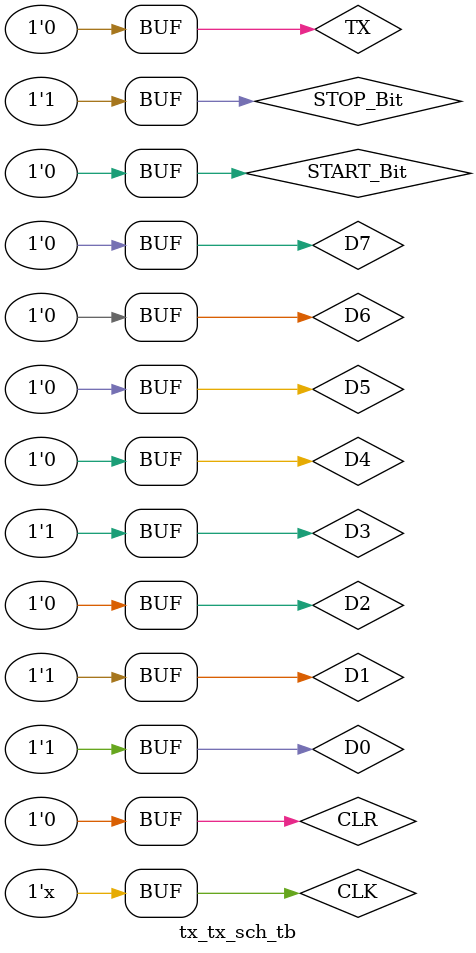
<source format=v>

`timescale 1ns / 1ps

module tx_tx_sch_tb();

// Inputs
   reg CLK;
   reg TX;
   reg D7;
   reg D6;
   reg D5;
   reg D4;
   reg D3;
   reg D2;
   reg D1;
   reg D0;
   reg START_Bit;
   reg STOP_Bit;
   reg CLR;

// Output
   wire SERIAL_OUT;

// Bidirs

// Instantiate the UUT
   tx UUT ( 
		.CLK(CLK), 
		.TX(TX), 
		.SERIAL_OUT(SERIAL_OUT), 
		.D7(D7), 
		.D6(D6), 
		.D5(D5), 
		.D4(D4), 
		.D3(D3), 
		.D2(D2), 
		.D1(D1), 
		.D0(D0), 
		.START_Bit(START_Bit), 
		.STOP_Bit(STOP_Bit), 
		.CLR(CLR)
   );
// Initialize Inputs
   initial begin
		CLK = 0;
		TX = 0;
		D7 = 0;
		D6 = 0;
		D5 = 0;
		D4 = 0;
		D3 = 1;
		D2 = 0;
		D1 = 1;
		D0 = 1;
		START_Bit = 0;
		STOP_Bit = 1;
		CLR = 0;
   end
	always begin
	#20;
	CLK=~CLK;
	end
	always begin
	#20;
	TX=1;
	#20;
	TX=~TX;
	#520;
	end
endmodule

</source>
